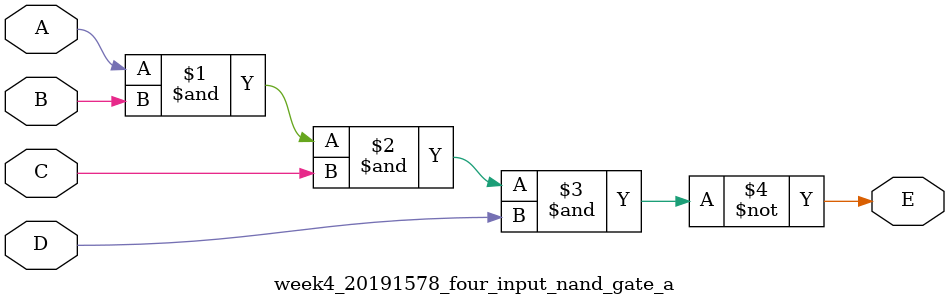
<source format=v>
`timescale 1ns / 1ps


module week4_20191578_four_input_nand_gate_a(
    input A,
    input B,
    input C,
    input D,
    output E
    );
    assign E = ~(A&B&C&D);
endmodule

</source>
